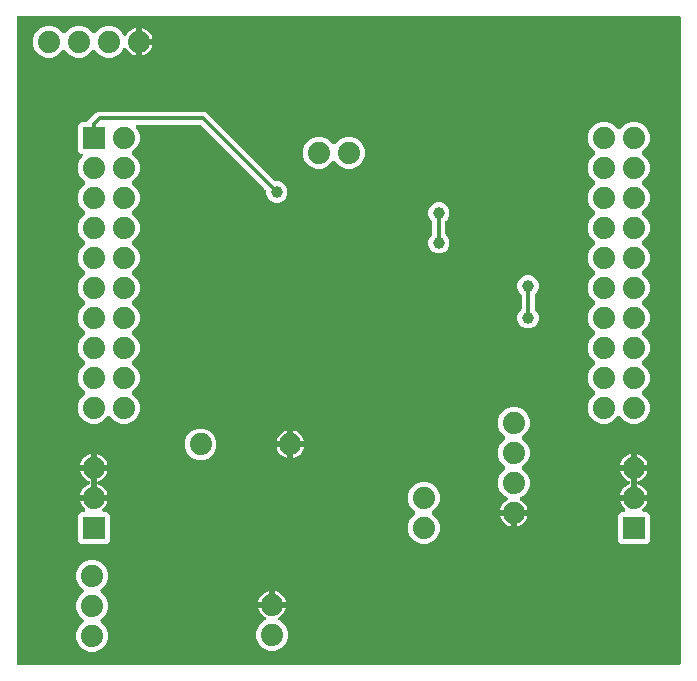
<source format=gbr>
G04 EAGLE Gerber RS-274X export*
G75*
%MOMM*%
%FSLAX34Y34*%
%LPD*%
%INBottom Copper*%
%IPPOS*%
%AMOC8*
5,1,8,0,0,1.08239X$1,22.5*%
G01*
%ADD10R,1.879600X1.879600*%
%ADD11C,1.879600*%
%ADD12C,1.006400*%
%ADD13C,0.304800*%

G36*
X571780Y10926D02*
X571780Y10926D01*
X571806Y10924D01*
X571953Y10946D01*
X572100Y10963D01*
X572125Y10971D01*
X572151Y10975D01*
X572289Y11030D01*
X572428Y11080D01*
X572450Y11094D01*
X572475Y11104D01*
X572596Y11189D01*
X572721Y11269D01*
X572739Y11288D01*
X572761Y11303D01*
X572860Y11413D01*
X572963Y11520D01*
X572977Y11542D01*
X572994Y11562D01*
X573066Y11692D01*
X573142Y11819D01*
X573150Y11844D01*
X573163Y11867D01*
X573203Y12010D01*
X573248Y12151D01*
X573250Y12177D01*
X573258Y12202D01*
X573277Y12446D01*
X573277Y558800D01*
X573274Y558826D01*
X573276Y558852D01*
X573254Y558999D01*
X573237Y559146D01*
X573229Y559171D01*
X573225Y559197D01*
X573170Y559335D01*
X573120Y559474D01*
X573106Y559496D01*
X573096Y559521D01*
X573011Y559642D01*
X572931Y559767D01*
X572912Y559785D01*
X572897Y559807D01*
X572787Y559906D01*
X572680Y560009D01*
X572658Y560023D01*
X572638Y560040D01*
X572508Y560112D01*
X572381Y560188D01*
X572356Y560196D01*
X572333Y560209D01*
X572190Y560249D01*
X572049Y560294D01*
X572023Y560296D01*
X571998Y560304D01*
X571754Y560323D01*
X12446Y560323D01*
X12420Y560320D01*
X12394Y560322D01*
X12247Y560300D01*
X12100Y560283D01*
X12075Y560275D01*
X12049Y560271D01*
X11911Y560216D01*
X11772Y560166D01*
X11750Y560152D01*
X11725Y560142D01*
X11604Y560057D01*
X11479Y559977D01*
X11461Y559958D01*
X11439Y559943D01*
X11340Y559833D01*
X11237Y559726D01*
X11223Y559704D01*
X11206Y559684D01*
X11134Y559554D01*
X11058Y559427D01*
X11050Y559402D01*
X11037Y559379D01*
X10997Y559236D01*
X10952Y559095D01*
X10950Y559069D01*
X10942Y559044D01*
X10923Y558800D01*
X10923Y12446D01*
X10926Y12420D01*
X10924Y12394D01*
X10946Y12247D01*
X10963Y12100D01*
X10971Y12075D01*
X10975Y12049D01*
X11030Y11911D01*
X11080Y11772D01*
X11094Y11750D01*
X11104Y11725D01*
X11189Y11604D01*
X11269Y11479D01*
X11288Y11461D01*
X11303Y11439D01*
X11413Y11340D01*
X11520Y11237D01*
X11542Y11223D01*
X11562Y11206D01*
X11692Y11134D01*
X11819Y11058D01*
X11844Y11050D01*
X11867Y11037D01*
X12010Y10997D01*
X12151Y10952D01*
X12177Y10950D01*
X12202Y10942D01*
X12446Y10923D01*
X571754Y10923D01*
X571780Y10926D01*
G37*
%LPC*%
G36*
X73522Y215137D02*
X73522Y215137D01*
X68574Y217187D01*
X64787Y220974D01*
X62737Y225922D01*
X62737Y231278D01*
X64787Y236226D01*
X68784Y240223D01*
X68800Y240243D01*
X68820Y240260D01*
X68908Y240380D01*
X69000Y240496D01*
X69012Y240520D01*
X69027Y240541D01*
X69086Y240677D01*
X69149Y240811D01*
X69155Y240837D01*
X69165Y240861D01*
X69191Y241007D01*
X69223Y241152D01*
X69222Y241178D01*
X69227Y241204D01*
X69219Y241352D01*
X69217Y241500D01*
X69210Y241526D01*
X69209Y241552D01*
X69168Y241694D01*
X69132Y241838D01*
X69120Y241861D01*
X69112Y241887D01*
X69040Y242016D01*
X68972Y242148D01*
X68955Y242168D01*
X68942Y242191D01*
X68784Y242377D01*
X64787Y246374D01*
X62737Y251322D01*
X62737Y256678D01*
X64787Y261626D01*
X68784Y265623D01*
X68800Y265643D01*
X68820Y265660D01*
X68908Y265780D01*
X69000Y265896D01*
X69012Y265920D01*
X69027Y265941D01*
X69086Y266077D01*
X69149Y266211D01*
X69155Y266237D01*
X69165Y266261D01*
X69191Y266407D01*
X69223Y266552D01*
X69222Y266578D01*
X69227Y266604D01*
X69219Y266752D01*
X69217Y266900D01*
X69210Y266926D01*
X69209Y266952D01*
X69168Y267094D01*
X69132Y267238D01*
X69120Y267261D01*
X69112Y267287D01*
X69040Y267416D01*
X68972Y267548D01*
X68955Y267568D01*
X68942Y267591D01*
X68784Y267777D01*
X64787Y271774D01*
X62737Y276722D01*
X62737Y282078D01*
X64787Y287026D01*
X68784Y291023D01*
X68800Y291043D01*
X68820Y291060D01*
X68908Y291180D01*
X69000Y291296D01*
X69012Y291320D01*
X69027Y291341D01*
X69086Y291477D01*
X69149Y291611D01*
X69155Y291637D01*
X69165Y291661D01*
X69191Y291807D01*
X69223Y291952D01*
X69222Y291978D01*
X69227Y292004D01*
X69219Y292152D01*
X69217Y292300D01*
X69210Y292326D01*
X69209Y292352D01*
X69168Y292494D01*
X69132Y292638D01*
X69120Y292661D01*
X69112Y292687D01*
X69040Y292816D01*
X68972Y292948D01*
X68955Y292968D01*
X68942Y292991D01*
X68784Y293177D01*
X64787Y297174D01*
X62737Y302122D01*
X62737Y307478D01*
X64787Y312426D01*
X68784Y316423D01*
X68800Y316443D01*
X68820Y316460D01*
X68908Y316580D01*
X69000Y316696D01*
X69012Y316720D01*
X69027Y316741D01*
X69086Y316877D01*
X69149Y317011D01*
X69155Y317037D01*
X69165Y317061D01*
X69191Y317207D01*
X69223Y317352D01*
X69222Y317378D01*
X69227Y317404D01*
X69219Y317552D01*
X69217Y317700D01*
X69210Y317726D01*
X69209Y317752D01*
X69168Y317894D01*
X69132Y318038D01*
X69120Y318061D01*
X69112Y318087D01*
X69040Y318216D01*
X68972Y318348D01*
X68955Y318368D01*
X68942Y318391D01*
X68784Y318577D01*
X64787Y322574D01*
X62737Y327522D01*
X62737Y332878D01*
X64787Y337826D01*
X68784Y341823D01*
X68800Y341843D01*
X68820Y341860D01*
X68908Y341980D01*
X69000Y342096D01*
X69012Y342120D01*
X69027Y342141D01*
X69086Y342277D01*
X69149Y342411D01*
X69155Y342437D01*
X69165Y342461D01*
X69191Y342607D01*
X69223Y342752D01*
X69222Y342778D01*
X69227Y342804D01*
X69219Y342952D01*
X69217Y343100D01*
X69210Y343126D01*
X69209Y343152D01*
X69168Y343294D01*
X69132Y343438D01*
X69120Y343461D01*
X69112Y343487D01*
X69040Y343616D01*
X68972Y343748D01*
X68955Y343768D01*
X68942Y343791D01*
X68784Y343977D01*
X64787Y347974D01*
X62737Y352922D01*
X62737Y358278D01*
X64787Y363226D01*
X68784Y367223D01*
X68800Y367243D01*
X68820Y367260D01*
X68908Y367380D01*
X69000Y367496D01*
X69012Y367520D01*
X69027Y367541D01*
X69086Y367677D01*
X69149Y367811D01*
X69155Y367837D01*
X69165Y367861D01*
X69191Y368007D01*
X69223Y368152D01*
X69222Y368178D01*
X69227Y368204D01*
X69219Y368352D01*
X69217Y368500D01*
X69210Y368526D01*
X69209Y368552D01*
X69168Y368694D01*
X69132Y368838D01*
X69120Y368861D01*
X69112Y368887D01*
X69040Y369016D01*
X68972Y369148D01*
X68955Y369168D01*
X68942Y369191D01*
X68784Y369377D01*
X64787Y373374D01*
X62737Y378322D01*
X62737Y383678D01*
X64787Y388626D01*
X68784Y392623D01*
X68800Y392643D01*
X68820Y392660D01*
X68908Y392780D01*
X69000Y392896D01*
X69012Y392920D01*
X69027Y392941D01*
X69086Y393077D01*
X69149Y393211D01*
X69155Y393237D01*
X69165Y393261D01*
X69191Y393407D01*
X69223Y393552D01*
X69222Y393578D01*
X69227Y393604D01*
X69219Y393752D01*
X69217Y393900D01*
X69210Y393926D01*
X69209Y393952D01*
X69168Y394094D01*
X69132Y394238D01*
X69120Y394261D01*
X69112Y394287D01*
X69040Y394416D01*
X68972Y394548D01*
X68955Y394568D01*
X68942Y394591D01*
X68784Y394777D01*
X64787Y398774D01*
X62737Y403722D01*
X62737Y409078D01*
X64787Y414026D01*
X68784Y418023D01*
X68800Y418043D01*
X68820Y418060D01*
X68908Y418180D01*
X69000Y418296D01*
X69012Y418320D01*
X69027Y418341D01*
X69086Y418477D01*
X69149Y418611D01*
X69155Y418637D01*
X69165Y418661D01*
X69191Y418807D01*
X69223Y418952D01*
X69222Y418978D01*
X69227Y419004D01*
X69219Y419152D01*
X69217Y419300D01*
X69210Y419326D01*
X69209Y419352D01*
X69168Y419494D01*
X69132Y419638D01*
X69120Y419661D01*
X69112Y419687D01*
X69040Y419816D01*
X68972Y419948D01*
X68955Y419968D01*
X68942Y419991D01*
X68784Y420177D01*
X64787Y424174D01*
X62737Y429122D01*
X62737Y434478D01*
X64787Y439426D01*
X66498Y441137D01*
X66560Y441215D01*
X66630Y441288D01*
X66668Y441352D01*
X66714Y441410D01*
X66757Y441501D01*
X66809Y441587D01*
X66831Y441658D01*
X66863Y441725D01*
X66884Y441823D01*
X66915Y441919D01*
X66921Y441993D01*
X66937Y442066D01*
X66935Y442166D01*
X66943Y442266D01*
X66932Y442340D01*
X66931Y442414D01*
X66906Y442511D01*
X66891Y442611D01*
X66864Y442680D01*
X66846Y442752D01*
X66800Y442841D01*
X66763Y442935D01*
X66720Y442996D01*
X66686Y443062D01*
X66621Y443138D01*
X66564Y443221D01*
X66508Y443271D01*
X66460Y443327D01*
X66379Y443387D01*
X66305Y443454D01*
X66240Y443490D01*
X66180Y443535D01*
X66088Y443574D01*
X66000Y443623D01*
X65928Y443643D01*
X65860Y443673D01*
X65761Y443690D01*
X65664Y443718D01*
X65564Y443726D01*
X65517Y443734D01*
X65481Y443732D01*
X65421Y443737D01*
X65118Y443737D01*
X62737Y446118D01*
X62737Y468282D01*
X65118Y470663D01*
X69975Y470663D01*
X70051Y470671D01*
X70127Y470670D01*
X70223Y470691D01*
X70321Y470703D01*
X70393Y470728D01*
X70468Y470745D01*
X70557Y470787D01*
X70649Y470820D01*
X70714Y470862D01*
X70783Y470894D01*
X70859Y470956D01*
X70942Y471009D01*
X70995Y471064D01*
X71055Y471112D01*
X71116Y471189D01*
X71184Y471260D01*
X71224Y471325D01*
X71271Y471385D01*
X71339Y471518D01*
X71363Y471559D01*
X71369Y471577D01*
X71382Y471603D01*
X71462Y471796D01*
X78114Y478448D01*
X80168Y479299D01*
X167140Y479299D01*
X167142Y479299D01*
X167145Y479299D01*
X167156Y479300D01*
X168540Y479299D01*
X168541Y479299D01*
X168542Y479299D01*
X169665Y479299D01*
X170688Y478874D01*
X170689Y478873D01*
X171719Y478447D01*
X172508Y477656D01*
X172509Y477655D01*
X173492Y476672D01*
X173503Y476659D01*
X229487Y420565D01*
X229587Y420486D01*
X229681Y420400D01*
X229723Y420378D01*
X229760Y420348D01*
X229875Y420293D01*
X229986Y420232D01*
X230032Y420219D01*
X230075Y420199D01*
X230199Y420172D01*
X230322Y420137D01*
X230381Y420132D01*
X230416Y420125D01*
X230464Y420126D01*
X230565Y420118D01*
X232926Y420118D01*
X236269Y418733D01*
X238828Y416174D01*
X240213Y412830D01*
X240213Y409211D01*
X238828Y405868D01*
X236269Y403309D01*
X232926Y401924D01*
X229307Y401924D01*
X225964Y403309D01*
X223405Y405868D01*
X222020Y409211D01*
X222020Y411594D01*
X222005Y411719D01*
X221999Y411844D01*
X221986Y411891D01*
X221980Y411940D01*
X221938Y412059D01*
X221903Y412179D01*
X221879Y412222D01*
X221862Y412268D01*
X221794Y412374D01*
X221733Y412484D01*
X221693Y412531D01*
X221673Y412561D01*
X221639Y412594D01*
X221575Y412670D01*
X166679Y467674D01*
X166579Y467753D01*
X166485Y467838D01*
X166443Y467861D01*
X166406Y467891D01*
X166291Y467945D01*
X166180Y468007D01*
X166134Y468020D01*
X166091Y468040D01*
X165967Y468067D01*
X165844Y468102D01*
X165785Y468106D01*
X165750Y468114D01*
X165702Y468113D01*
X165601Y468121D01*
X113395Y468121D01*
X113296Y468110D01*
X113195Y468108D01*
X113123Y468090D01*
X113049Y468081D01*
X112954Y468047D01*
X112857Y468023D01*
X112791Y467989D01*
X112721Y467964D01*
X112637Y467909D01*
X112547Y467863D01*
X112491Y467815D01*
X112428Y467775D01*
X112358Y467703D01*
X112282Y467638D01*
X112238Y467578D01*
X112186Y467524D01*
X112134Y467438D01*
X112075Y467357D01*
X112045Y467289D01*
X112007Y467225D01*
X111977Y467130D01*
X111937Y467037D01*
X111924Y466964D01*
X111901Y466893D01*
X111893Y466793D01*
X111875Y466694D01*
X111879Y466620D01*
X111873Y466546D01*
X111888Y466446D01*
X111893Y466346D01*
X111914Y466275D01*
X111925Y466201D01*
X111962Y466108D01*
X111990Y466011D01*
X112026Y465946D01*
X112053Y465877D01*
X112111Y465795D01*
X112160Y465707D01*
X112225Y465631D01*
X112252Y465591D01*
X112279Y465567D01*
X112318Y465521D01*
X113013Y464826D01*
X115063Y459878D01*
X115063Y454522D01*
X113013Y449574D01*
X109016Y445577D01*
X109000Y445557D01*
X108980Y445540D01*
X108892Y445420D01*
X108800Y445304D01*
X108788Y445280D01*
X108773Y445259D01*
X108714Y445123D01*
X108651Y444989D01*
X108645Y444963D01*
X108635Y444939D01*
X108609Y444793D01*
X108577Y444648D01*
X108578Y444622D01*
X108573Y444596D01*
X108581Y444448D01*
X108583Y444300D01*
X108590Y444274D01*
X108591Y444248D01*
X108632Y444106D01*
X108668Y443962D01*
X108680Y443939D01*
X108688Y443913D01*
X108760Y443784D01*
X108828Y443652D01*
X108845Y443632D01*
X108858Y443609D01*
X109016Y443423D01*
X113013Y439426D01*
X115063Y434478D01*
X115063Y429122D01*
X113013Y424174D01*
X109016Y420177D01*
X109000Y420157D01*
X108980Y420140D01*
X108892Y420020D01*
X108800Y419904D01*
X108788Y419880D01*
X108773Y419859D01*
X108714Y419723D01*
X108651Y419589D01*
X108645Y419563D01*
X108635Y419539D01*
X108609Y419393D01*
X108577Y419248D01*
X108578Y419222D01*
X108573Y419196D01*
X108581Y419048D01*
X108583Y418900D01*
X108590Y418874D01*
X108591Y418848D01*
X108632Y418706D01*
X108668Y418562D01*
X108680Y418539D01*
X108688Y418513D01*
X108760Y418384D01*
X108828Y418252D01*
X108845Y418232D01*
X108858Y418209D01*
X109016Y418023D01*
X113013Y414026D01*
X115063Y409078D01*
X115063Y403722D01*
X113013Y398774D01*
X109016Y394777D01*
X109000Y394757D01*
X108980Y394740D01*
X108892Y394620D01*
X108800Y394504D01*
X108788Y394480D01*
X108773Y394459D01*
X108714Y394323D01*
X108651Y394189D01*
X108645Y394163D01*
X108635Y394139D01*
X108609Y393993D01*
X108577Y393848D01*
X108578Y393822D01*
X108573Y393796D01*
X108581Y393648D01*
X108583Y393500D01*
X108590Y393474D01*
X108591Y393448D01*
X108632Y393306D01*
X108668Y393162D01*
X108680Y393139D01*
X108688Y393113D01*
X108760Y392984D01*
X108828Y392852D01*
X108845Y392832D01*
X108858Y392809D01*
X109016Y392623D01*
X113013Y388626D01*
X115063Y383678D01*
X115063Y378322D01*
X113013Y373374D01*
X109016Y369377D01*
X109000Y369357D01*
X108980Y369340D01*
X108892Y369220D01*
X108800Y369104D01*
X108788Y369080D01*
X108773Y369059D01*
X108714Y368923D01*
X108651Y368789D01*
X108645Y368763D01*
X108635Y368739D01*
X108609Y368593D01*
X108577Y368448D01*
X108578Y368422D01*
X108573Y368396D01*
X108581Y368248D01*
X108583Y368100D01*
X108590Y368074D01*
X108591Y368048D01*
X108632Y367906D01*
X108668Y367762D01*
X108680Y367739D01*
X108688Y367713D01*
X108760Y367584D01*
X108828Y367452D01*
X108845Y367432D01*
X108858Y367409D01*
X109016Y367223D01*
X113013Y363226D01*
X115063Y358278D01*
X115063Y352922D01*
X113013Y347974D01*
X109016Y343977D01*
X109000Y343957D01*
X108980Y343940D01*
X108892Y343820D01*
X108800Y343704D01*
X108788Y343680D01*
X108773Y343659D01*
X108714Y343523D01*
X108651Y343389D01*
X108645Y343363D01*
X108635Y343339D01*
X108609Y343193D01*
X108577Y343048D01*
X108578Y343022D01*
X108573Y342996D01*
X108581Y342848D01*
X108583Y342700D01*
X108590Y342674D01*
X108591Y342648D01*
X108632Y342506D01*
X108668Y342362D01*
X108680Y342339D01*
X108688Y342313D01*
X108760Y342184D01*
X108828Y342052D01*
X108845Y342032D01*
X108858Y342009D01*
X109016Y341823D01*
X113013Y337826D01*
X115063Y332878D01*
X115063Y327522D01*
X113013Y322574D01*
X109016Y318577D01*
X109000Y318557D01*
X108980Y318540D01*
X108892Y318420D01*
X108800Y318304D01*
X108788Y318280D01*
X108773Y318259D01*
X108714Y318123D01*
X108651Y317989D01*
X108645Y317963D01*
X108635Y317939D01*
X108609Y317793D01*
X108577Y317648D01*
X108578Y317622D01*
X108573Y317596D01*
X108581Y317448D01*
X108583Y317300D01*
X108590Y317274D01*
X108591Y317248D01*
X108632Y317106D01*
X108668Y316962D01*
X108680Y316939D01*
X108688Y316913D01*
X108760Y316784D01*
X108828Y316652D01*
X108845Y316632D01*
X108858Y316609D01*
X109016Y316423D01*
X113013Y312426D01*
X115063Y307478D01*
X115063Y302122D01*
X113013Y297174D01*
X109016Y293177D01*
X109000Y293157D01*
X108980Y293140D01*
X108892Y293020D01*
X108800Y292904D01*
X108788Y292880D01*
X108773Y292859D01*
X108714Y292723D01*
X108651Y292589D01*
X108645Y292563D01*
X108635Y292539D01*
X108609Y292393D01*
X108577Y292248D01*
X108578Y292222D01*
X108573Y292196D01*
X108581Y292048D01*
X108583Y291900D01*
X108590Y291874D01*
X108591Y291848D01*
X108632Y291706D01*
X108668Y291562D01*
X108680Y291539D01*
X108688Y291513D01*
X108760Y291384D01*
X108828Y291252D01*
X108845Y291232D01*
X108858Y291209D01*
X109016Y291023D01*
X113013Y287026D01*
X115063Y282078D01*
X115063Y276722D01*
X113013Y271774D01*
X109016Y267777D01*
X109000Y267757D01*
X108980Y267740D01*
X108892Y267620D01*
X108800Y267504D01*
X108788Y267480D01*
X108773Y267459D01*
X108714Y267323D01*
X108651Y267189D01*
X108645Y267163D01*
X108635Y267139D01*
X108609Y266993D01*
X108577Y266848D01*
X108578Y266822D01*
X108573Y266796D01*
X108581Y266648D01*
X108583Y266500D01*
X108590Y266474D01*
X108591Y266448D01*
X108632Y266306D01*
X108668Y266162D01*
X108680Y266139D01*
X108688Y266113D01*
X108760Y265984D01*
X108828Y265852D01*
X108845Y265832D01*
X108858Y265809D01*
X109016Y265623D01*
X113013Y261626D01*
X115063Y256678D01*
X115063Y251322D01*
X113013Y246374D01*
X109016Y242377D01*
X109000Y242357D01*
X108980Y242340D01*
X108892Y242220D01*
X108800Y242104D01*
X108788Y242080D01*
X108773Y242059D01*
X108714Y241923D01*
X108651Y241789D01*
X108645Y241763D01*
X108635Y241739D01*
X108609Y241593D01*
X108577Y241448D01*
X108578Y241422D01*
X108573Y241396D01*
X108581Y241248D01*
X108583Y241100D01*
X108590Y241074D01*
X108591Y241048D01*
X108632Y240906D01*
X108668Y240762D01*
X108680Y240739D01*
X108688Y240713D01*
X108760Y240584D01*
X108828Y240452D01*
X108845Y240432D01*
X108858Y240409D01*
X109016Y240223D01*
X113013Y236226D01*
X115063Y231278D01*
X115063Y225922D01*
X113013Y220974D01*
X109226Y217187D01*
X104278Y215137D01*
X98922Y215137D01*
X93974Y217187D01*
X89977Y221184D01*
X89957Y221200D01*
X89940Y221220D01*
X89820Y221308D01*
X89704Y221400D01*
X89680Y221412D01*
X89659Y221427D01*
X89523Y221486D01*
X89389Y221549D01*
X89363Y221555D01*
X89339Y221565D01*
X89193Y221591D01*
X89048Y221623D01*
X89022Y221622D01*
X88996Y221627D01*
X88848Y221619D01*
X88700Y221617D01*
X88674Y221610D01*
X88648Y221609D01*
X88506Y221568D01*
X88362Y221532D01*
X88339Y221520D01*
X88313Y221512D01*
X88184Y221440D01*
X88052Y221372D01*
X88032Y221355D01*
X88009Y221342D01*
X87823Y221184D01*
X83826Y217187D01*
X78878Y215137D01*
X73522Y215137D01*
G37*
%LPD*%
%LPC*%
G36*
X505322Y215137D02*
X505322Y215137D01*
X500374Y217187D01*
X496587Y220974D01*
X494537Y225922D01*
X494537Y231278D01*
X496587Y236226D01*
X500584Y240223D01*
X500600Y240243D01*
X500620Y240260D01*
X500708Y240380D01*
X500800Y240496D01*
X500812Y240520D01*
X500827Y240541D01*
X500886Y240677D01*
X500949Y240811D01*
X500955Y240837D01*
X500965Y240861D01*
X500991Y241007D01*
X501023Y241152D01*
X501022Y241178D01*
X501027Y241204D01*
X501019Y241352D01*
X501017Y241500D01*
X501010Y241526D01*
X501009Y241552D01*
X500968Y241694D01*
X500932Y241838D01*
X500920Y241861D01*
X500912Y241887D01*
X500840Y242016D01*
X500772Y242148D01*
X500755Y242168D01*
X500742Y242191D01*
X500584Y242377D01*
X496587Y246374D01*
X494537Y251322D01*
X494537Y256678D01*
X496587Y261626D01*
X500584Y265623D01*
X500600Y265643D01*
X500620Y265660D01*
X500708Y265780D01*
X500800Y265896D01*
X500812Y265920D01*
X500827Y265941D01*
X500886Y266077D01*
X500949Y266211D01*
X500955Y266237D01*
X500965Y266261D01*
X500991Y266407D01*
X501023Y266552D01*
X501022Y266578D01*
X501027Y266604D01*
X501019Y266752D01*
X501017Y266900D01*
X501010Y266926D01*
X501009Y266952D01*
X500968Y267094D01*
X500932Y267238D01*
X500920Y267261D01*
X500912Y267287D01*
X500840Y267416D01*
X500772Y267548D01*
X500755Y267568D01*
X500742Y267591D01*
X500584Y267777D01*
X496587Y271774D01*
X494537Y276722D01*
X494537Y282078D01*
X496587Y287026D01*
X500584Y291023D01*
X500600Y291043D01*
X500620Y291060D01*
X500708Y291180D01*
X500800Y291296D01*
X500812Y291320D01*
X500827Y291341D01*
X500886Y291477D01*
X500949Y291611D01*
X500955Y291637D01*
X500965Y291661D01*
X500991Y291807D01*
X501023Y291952D01*
X501022Y291978D01*
X501027Y292004D01*
X501019Y292152D01*
X501017Y292300D01*
X501010Y292326D01*
X501009Y292352D01*
X500968Y292494D01*
X500932Y292638D01*
X500920Y292661D01*
X500912Y292687D01*
X500840Y292816D01*
X500772Y292948D01*
X500755Y292968D01*
X500742Y292991D01*
X500584Y293177D01*
X496587Y297174D01*
X494537Y302122D01*
X494537Y307478D01*
X496587Y312426D01*
X500584Y316423D01*
X500600Y316443D01*
X500620Y316460D01*
X500708Y316580D01*
X500800Y316696D01*
X500812Y316720D01*
X500827Y316741D01*
X500886Y316877D01*
X500949Y317011D01*
X500955Y317037D01*
X500965Y317061D01*
X500991Y317207D01*
X501023Y317352D01*
X501022Y317378D01*
X501027Y317404D01*
X501019Y317552D01*
X501017Y317700D01*
X501010Y317726D01*
X501009Y317752D01*
X500968Y317894D01*
X500932Y318038D01*
X500920Y318061D01*
X500912Y318087D01*
X500840Y318216D01*
X500772Y318348D01*
X500755Y318368D01*
X500742Y318391D01*
X500584Y318577D01*
X496587Y322574D01*
X494537Y327522D01*
X494537Y332878D01*
X496587Y337826D01*
X500584Y341823D01*
X500600Y341843D01*
X500620Y341860D01*
X500708Y341980D01*
X500800Y342096D01*
X500812Y342120D01*
X500827Y342141D01*
X500886Y342277D01*
X500949Y342411D01*
X500955Y342437D01*
X500965Y342461D01*
X500991Y342607D01*
X501023Y342752D01*
X501022Y342778D01*
X501027Y342804D01*
X501019Y342952D01*
X501017Y343100D01*
X501010Y343126D01*
X501009Y343152D01*
X500968Y343294D01*
X500932Y343438D01*
X500920Y343461D01*
X500912Y343487D01*
X500840Y343616D01*
X500772Y343748D01*
X500755Y343768D01*
X500742Y343791D01*
X500584Y343977D01*
X496587Y347974D01*
X494537Y352922D01*
X494537Y358278D01*
X496587Y363226D01*
X500584Y367223D01*
X500600Y367243D01*
X500620Y367260D01*
X500708Y367380D01*
X500800Y367496D01*
X500812Y367520D01*
X500827Y367541D01*
X500886Y367677D01*
X500949Y367811D01*
X500955Y367837D01*
X500965Y367861D01*
X500991Y368007D01*
X501023Y368152D01*
X501022Y368178D01*
X501027Y368204D01*
X501019Y368352D01*
X501017Y368500D01*
X501010Y368526D01*
X501009Y368552D01*
X500968Y368694D01*
X500932Y368838D01*
X500920Y368861D01*
X500912Y368887D01*
X500840Y369016D01*
X500772Y369148D01*
X500755Y369168D01*
X500742Y369191D01*
X500584Y369377D01*
X496587Y373374D01*
X494537Y378322D01*
X494537Y383678D01*
X496587Y388626D01*
X500584Y392623D01*
X500600Y392643D01*
X500620Y392660D01*
X500708Y392780D01*
X500800Y392896D01*
X500812Y392920D01*
X500827Y392941D01*
X500886Y393077D01*
X500949Y393211D01*
X500955Y393237D01*
X500965Y393261D01*
X500991Y393407D01*
X501023Y393552D01*
X501022Y393578D01*
X501027Y393604D01*
X501019Y393752D01*
X501017Y393900D01*
X501010Y393926D01*
X501009Y393952D01*
X500968Y394094D01*
X500932Y394238D01*
X500920Y394261D01*
X500912Y394287D01*
X500840Y394416D01*
X500772Y394548D01*
X500755Y394568D01*
X500742Y394591D01*
X500584Y394777D01*
X496587Y398774D01*
X494537Y403722D01*
X494537Y409078D01*
X496587Y414026D01*
X500584Y418023D01*
X500600Y418043D01*
X500620Y418060D01*
X500708Y418180D01*
X500800Y418296D01*
X500812Y418320D01*
X500827Y418341D01*
X500886Y418477D01*
X500949Y418611D01*
X500955Y418637D01*
X500965Y418661D01*
X500991Y418807D01*
X501023Y418952D01*
X501022Y418978D01*
X501027Y419004D01*
X501019Y419152D01*
X501017Y419300D01*
X501010Y419326D01*
X501009Y419352D01*
X500968Y419494D01*
X500932Y419638D01*
X500920Y419661D01*
X500912Y419687D01*
X500840Y419816D01*
X500772Y419948D01*
X500755Y419968D01*
X500742Y419991D01*
X500584Y420177D01*
X496587Y424174D01*
X494537Y429122D01*
X494537Y434478D01*
X496587Y439426D01*
X500584Y443423D01*
X500600Y443443D01*
X500620Y443460D01*
X500708Y443580D01*
X500800Y443696D01*
X500812Y443720D01*
X500827Y443741D01*
X500886Y443877D01*
X500949Y444011D01*
X500955Y444037D01*
X500965Y444061D01*
X500991Y444207D01*
X501023Y444352D01*
X501022Y444378D01*
X501027Y444404D01*
X501019Y444552D01*
X501017Y444700D01*
X501010Y444726D01*
X501009Y444752D01*
X500968Y444894D01*
X500932Y445038D01*
X500920Y445061D01*
X500912Y445087D01*
X500840Y445216D01*
X500772Y445348D01*
X500755Y445368D01*
X500742Y445391D01*
X500584Y445577D01*
X496587Y449574D01*
X494537Y454522D01*
X494537Y459878D01*
X496587Y464826D01*
X500374Y468613D01*
X505322Y470663D01*
X510678Y470663D01*
X515626Y468613D01*
X519623Y464616D01*
X519643Y464600D01*
X519660Y464580D01*
X519780Y464492D01*
X519896Y464400D01*
X519920Y464388D01*
X519941Y464373D01*
X520077Y464314D01*
X520211Y464251D01*
X520237Y464245D01*
X520261Y464235D01*
X520407Y464209D01*
X520552Y464177D01*
X520578Y464178D01*
X520604Y464173D01*
X520752Y464181D01*
X520900Y464183D01*
X520926Y464190D01*
X520952Y464191D01*
X521094Y464232D01*
X521238Y464268D01*
X521261Y464280D01*
X521287Y464288D01*
X521416Y464360D01*
X521548Y464428D01*
X521568Y464445D01*
X521591Y464458D01*
X521777Y464616D01*
X525774Y468613D01*
X530722Y470663D01*
X536078Y470663D01*
X541026Y468613D01*
X544813Y464826D01*
X546863Y459878D01*
X546863Y454522D01*
X544813Y449574D01*
X540816Y445577D01*
X540800Y445557D01*
X540780Y445540D01*
X540692Y445420D01*
X540600Y445304D01*
X540588Y445280D01*
X540573Y445259D01*
X540514Y445123D01*
X540451Y444989D01*
X540445Y444963D01*
X540435Y444939D01*
X540409Y444793D01*
X540377Y444648D01*
X540378Y444622D01*
X540373Y444596D01*
X540381Y444448D01*
X540383Y444300D01*
X540390Y444274D01*
X540391Y444248D01*
X540432Y444106D01*
X540468Y443962D01*
X540480Y443939D01*
X540488Y443913D01*
X540560Y443784D01*
X540628Y443652D01*
X540645Y443632D01*
X540658Y443609D01*
X540816Y443423D01*
X544813Y439426D01*
X546863Y434478D01*
X546863Y429122D01*
X544813Y424174D01*
X540816Y420177D01*
X540800Y420157D01*
X540780Y420140D01*
X540692Y420020D01*
X540600Y419904D01*
X540588Y419880D01*
X540573Y419859D01*
X540514Y419723D01*
X540451Y419589D01*
X540445Y419563D01*
X540435Y419539D01*
X540409Y419393D01*
X540377Y419248D01*
X540378Y419222D01*
X540373Y419196D01*
X540381Y419048D01*
X540383Y418900D01*
X540390Y418874D01*
X540391Y418848D01*
X540432Y418706D01*
X540468Y418562D01*
X540480Y418539D01*
X540488Y418513D01*
X540560Y418384D01*
X540628Y418252D01*
X540645Y418232D01*
X540658Y418209D01*
X540816Y418023D01*
X544813Y414026D01*
X546863Y409078D01*
X546863Y403722D01*
X544813Y398774D01*
X540816Y394777D01*
X540800Y394757D01*
X540780Y394740D01*
X540692Y394620D01*
X540600Y394504D01*
X540588Y394480D01*
X540573Y394459D01*
X540514Y394323D01*
X540451Y394189D01*
X540445Y394163D01*
X540435Y394139D01*
X540409Y393993D01*
X540377Y393848D01*
X540378Y393822D01*
X540373Y393796D01*
X540381Y393648D01*
X540383Y393500D01*
X540390Y393474D01*
X540391Y393448D01*
X540432Y393306D01*
X540468Y393162D01*
X540480Y393139D01*
X540488Y393113D01*
X540560Y392984D01*
X540628Y392852D01*
X540645Y392832D01*
X540658Y392809D01*
X540816Y392623D01*
X544813Y388626D01*
X546863Y383678D01*
X546863Y378322D01*
X544813Y373374D01*
X540816Y369377D01*
X540800Y369357D01*
X540780Y369340D01*
X540692Y369220D01*
X540600Y369104D01*
X540588Y369080D01*
X540573Y369059D01*
X540514Y368923D01*
X540451Y368789D01*
X540445Y368763D01*
X540435Y368739D01*
X540409Y368593D01*
X540377Y368448D01*
X540378Y368422D01*
X540373Y368396D01*
X540381Y368248D01*
X540383Y368100D01*
X540390Y368074D01*
X540391Y368048D01*
X540432Y367906D01*
X540468Y367762D01*
X540480Y367739D01*
X540488Y367713D01*
X540560Y367584D01*
X540628Y367452D01*
X540645Y367432D01*
X540658Y367409D01*
X540816Y367223D01*
X544813Y363226D01*
X546863Y358278D01*
X546863Y352922D01*
X544813Y347974D01*
X540816Y343977D01*
X540800Y343957D01*
X540780Y343940D01*
X540692Y343820D01*
X540600Y343704D01*
X540588Y343680D01*
X540573Y343659D01*
X540514Y343523D01*
X540451Y343389D01*
X540445Y343363D01*
X540435Y343339D01*
X540409Y343193D01*
X540377Y343048D01*
X540378Y343022D01*
X540373Y342996D01*
X540381Y342848D01*
X540383Y342700D01*
X540390Y342674D01*
X540391Y342648D01*
X540432Y342506D01*
X540468Y342362D01*
X540480Y342339D01*
X540488Y342313D01*
X540560Y342184D01*
X540628Y342052D01*
X540645Y342032D01*
X540658Y342009D01*
X540816Y341823D01*
X544813Y337826D01*
X546863Y332878D01*
X546863Y327522D01*
X544813Y322574D01*
X540816Y318577D01*
X540800Y318557D01*
X540780Y318540D01*
X540692Y318420D01*
X540600Y318304D01*
X540588Y318280D01*
X540573Y318259D01*
X540514Y318123D01*
X540451Y317989D01*
X540445Y317963D01*
X540435Y317939D01*
X540409Y317793D01*
X540377Y317648D01*
X540378Y317622D01*
X540373Y317596D01*
X540381Y317448D01*
X540383Y317300D01*
X540390Y317274D01*
X540391Y317248D01*
X540432Y317106D01*
X540468Y316962D01*
X540480Y316939D01*
X540488Y316913D01*
X540560Y316784D01*
X540628Y316652D01*
X540645Y316632D01*
X540658Y316609D01*
X540816Y316423D01*
X544813Y312426D01*
X546863Y307478D01*
X546863Y302122D01*
X544813Y297174D01*
X540816Y293177D01*
X540800Y293157D01*
X540780Y293140D01*
X540692Y293020D01*
X540600Y292904D01*
X540588Y292880D01*
X540573Y292859D01*
X540514Y292723D01*
X540451Y292589D01*
X540445Y292563D01*
X540435Y292539D01*
X540409Y292393D01*
X540377Y292248D01*
X540378Y292222D01*
X540373Y292196D01*
X540381Y292048D01*
X540383Y291900D01*
X540390Y291874D01*
X540391Y291848D01*
X540432Y291706D01*
X540468Y291562D01*
X540480Y291539D01*
X540488Y291513D01*
X540560Y291384D01*
X540628Y291252D01*
X540645Y291232D01*
X540658Y291209D01*
X540816Y291023D01*
X544813Y287026D01*
X546863Y282078D01*
X546863Y276722D01*
X544813Y271774D01*
X540816Y267777D01*
X540800Y267757D01*
X540780Y267740D01*
X540692Y267620D01*
X540600Y267504D01*
X540588Y267480D01*
X540573Y267459D01*
X540514Y267323D01*
X540451Y267189D01*
X540445Y267163D01*
X540435Y267139D01*
X540409Y266993D01*
X540377Y266848D01*
X540378Y266822D01*
X540373Y266796D01*
X540381Y266648D01*
X540383Y266500D01*
X540390Y266474D01*
X540391Y266448D01*
X540432Y266306D01*
X540468Y266162D01*
X540480Y266139D01*
X540488Y266113D01*
X540560Y265984D01*
X540628Y265852D01*
X540645Y265832D01*
X540658Y265809D01*
X540816Y265623D01*
X544813Y261626D01*
X546863Y256678D01*
X546863Y251322D01*
X544813Y246374D01*
X540816Y242377D01*
X540800Y242357D01*
X540780Y242340D01*
X540692Y242220D01*
X540600Y242104D01*
X540588Y242080D01*
X540573Y242059D01*
X540514Y241923D01*
X540451Y241789D01*
X540445Y241763D01*
X540435Y241739D01*
X540409Y241593D01*
X540377Y241448D01*
X540378Y241422D01*
X540373Y241396D01*
X540381Y241248D01*
X540383Y241100D01*
X540390Y241074D01*
X540391Y241048D01*
X540432Y240906D01*
X540468Y240762D01*
X540480Y240739D01*
X540488Y240713D01*
X540560Y240584D01*
X540628Y240452D01*
X540645Y240432D01*
X540658Y240409D01*
X540816Y240223D01*
X544813Y236226D01*
X546863Y231278D01*
X546863Y225922D01*
X544813Y220974D01*
X541026Y217187D01*
X536078Y215137D01*
X530722Y215137D01*
X525774Y217187D01*
X521777Y221184D01*
X521757Y221200D01*
X521740Y221220D01*
X521620Y221308D01*
X521504Y221400D01*
X521480Y221412D01*
X521459Y221427D01*
X521323Y221486D01*
X521189Y221549D01*
X521163Y221555D01*
X521139Y221565D01*
X520993Y221591D01*
X520848Y221623D01*
X520822Y221622D01*
X520796Y221627D01*
X520648Y221619D01*
X520500Y221617D01*
X520474Y221610D01*
X520448Y221609D01*
X520306Y221568D01*
X520162Y221532D01*
X520139Y221520D01*
X520113Y221512D01*
X519984Y221440D01*
X519852Y221372D01*
X519832Y221355D01*
X519809Y221342D01*
X519623Y221184D01*
X515626Y217187D01*
X510678Y215137D01*
X505322Y215137D01*
G37*
%LPD*%
%LPC*%
G36*
X431710Y141925D02*
X431710Y141925D01*
X431687Y141939D01*
X431668Y141956D01*
X431538Y142028D01*
X431411Y142104D01*
X431386Y142112D01*
X431363Y142125D01*
X431220Y142165D01*
X431079Y142210D01*
X431053Y142212D01*
X431028Y142220D01*
X430784Y142239D01*
X420115Y142239D01*
X420155Y142496D01*
X420736Y144283D01*
X421589Y145957D01*
X422694Y147478D01*
X424022Y148806D01*
X425543Y149911D01*
X426073Y150181D01*
X426106Y150203D01*
X426144Y150220D01*
X426251Y150300D01*
X426363Y150374D01*
X426391Y150403D01*
X426424Y150428D01*
X426510Y150530D01*
X426602Y150627D01*
X426622Y150662D01*
X426649Y150694D01*
X426710Y150813D01*
X426777Y150929D01*
X426789Y150968D01*
X426807Y151004D01*
X426840Y151134D01*
X426879Y151262D01*
X426882Y151302D01*
X426892Y151342D01*
X426894Y151476D01*
X426903Y151610D01*
X426896Y151650D01*
X426897Y151690D01*
X426868Y151821D01*
X426847Y151954D01*
X426831Y151991D01*
X426822Y152031D01*
X426765Y152152D01*
X426714Y152276D01*
X426690Y152309D01*
X426673Y152346D01*
X426589Y152450D01*
X426511Y152559D01*
X426481Y152586D01*
X426455Y152618D01*
X426350Y152701D01*
X426250Y152790D01*
X426214Y152809D01*
X426182Y152834D01*
X425964Y152945D01*
X424174Y153687D01*
X420387Y157474D01*
X418337Y162422D01*
X418337Y167778D01*
X420387Y172726D01*
X424384Y176723D01*
X424400Y176743D01*
X424420Y176760D01*
X424508Y176880D01*
X424600Y176996D01*
X424612Y177020D01*
X424627Y177041D01*
X424686Y177177D01*
X424749Y177311D01*
X424755Y177337D01*
X424765Y177361D01*
X424791Y177507D01*
X424823Y177652D01*
X424822Y177678D01*
X424827Y177704D01*
X424819Y177852D01*
X424817Y178000D01*
X424810Y178026D01*
X424809Y178052D01*
X424768Y178194D01*
X424732Y178338D01*
X424720Y178361D01*
X424712Y178387D01*
X424640Y178516D01*
X424572Y178648D01*
X424555Y178668D01*
X424542Y178691D01*
X424384Y178877D01*
X420387Y182874D01*
X418337Y187822D01*
X418337Y193178D01*
X420387Y198126D01*
X424384Y202123D01*
X424400Y202143D01*
X424420Y202160D01*
X424508Y202280D01*
X424600Y202396D01*
X424612Y202420D01*
X424627Y202441D01*
X424686Y202577D01*
X424749Y202711D01*
X424755Y202737D01*
X424765Y202761D01*
X424791Y202907D01*
X424823Y203052D01*
X424822Y203078D01*
X424827Y203104D01*
X424819Y203252D01*
X424817Y203400D01*
X424810Y203426D01*
X424809Y203452D01*
X424768Y203594D01*
X424732Y203738D01*
X424720Y203761D01*
X424712Y203787D01*
X424640Y203916D01*
X424572Y204048D01*
X424555Y204068D01*
X424542Y204091D01*
X424384Y204277D01*
X420387Y208274D01*
X418337Y213222D01*
X418337Y218578D01*
X420387Y223526D01*
X424174Y227313D01*
X429122Y229363D01*
X434478Y229363D01*
X439426Y227313D01*
X443213Y223526D01*
X445263Y218578D01*
X445263Y213222D01*
X443213Y208274D01*
X439216Y204277D01*
X439200Y204257D01*
X439180Y204240D01*
X439092Y204120D01*
X439000Y204004D01*
X438988Y203980D01*
X438973Y203959D01*
X438914Y203823D01*
X438851Y203689D01*
X438845Y203663D01*
X438835Y203639D01*
X438809Y203493D01*
X438777Y203348D01*
X438778Y203322D01*
X438773Y203296D01*
X438781Y203148D01*
X438783Y203000D01*
X438790Y202974D01*
X438791Y202948D01*
X438832Y202806D01*
X438868Y202662D01*
X438880Y202639D01*
X438888Y202613D01*
X438960Y202484D01*
X439028Y202352D01*
X439045Y202332D01*
X439058Y202309D01*
X439216Y202123D01*
X443213Y198126D01*
X445263Y193178D01*
X445263Y187822D01*
X443213Y182874D01*
X439216Y178877D01*
X439200Y178857D01*
X439180Y178840D01*
X439092Y178720D01*
X439000Y178604D01*
X438988Y178580D01*
X438973Y178559D01*
X438914Y178423D01*
X438851Y178289D01*
X438845Y178263D01*
X438835Y178239D01*
X438809Y178093D01*
X438777Y177948D01*
X438778Y177922D01*
X438773Y177896D01*
X438781Y177748D01*
X438783Y177600D01*
X438790Y177574D01*
X438791Y177548D01*
X438832Y177406D01*
X438868Y177262D01*
X438880Y177239D01*
X438888Y177213D01*
X438960Y177084D01*
X439028Y176952D01*
X439045Y176932D01*
X439058Y176909D01*
X439216Y176723D01*
X443213Y172726D01*
X445263Y167778D01*
X445263Y162422D01*
X443213Y157474D01*
X439426Y153687D01*
X437636Y152945D01*
X437600Y152926D01*
X437562Y152912D01*
X437448Y152841D01*
X437331Y152776D01*
X437301Y152749D01*
X437267Y152727D01*
X437172Y152632D01*
X437073Y152542D01*
X437050Y152508D01*
X437021Y152480D01*
X436951Y152365D01*
X436875Y152255D01*
X436860Y152217D01*
X436839Y152183D01*
X436796Y152055D01*
X436747Y151931D01*
X436741Y151891D01*
X436728Y151852D01*
X436716Y151719D01*
X436696Y151586D01*
X436700Y151546D01*
X436696Y151505D01*
X436714Y151372D01*
X436725Y151239D01*
X436738Y151200D01*
X436743Y151160D01*
X436791Y151035D01*
X436832Y150907D01*
X436853Y150872D01*
X436868Y150834D01*
X436943Y150723D01*
X437012Y150609D01*
X437041Y150579D01*
X437063Y150546D01*
X437161Y150455D01*
X437255Y150359D01*
X437289Y150337D01*
X437319Y150309D01*
X437527Y150181D01*
X438057Y149911D01*
X439578Y148806D01*
X440906Y147478D01*
X442011Y145957D01*
X442864Y144283D01*
X443445Y142496D01*
X443485Y142239D01*
X432816Y142239D01*
X432790Y142236D01*
X432764Y142238D01*
X432617Y142216D01*
X432470Y142199D01*
X432445Y142191D01*
X432419Y142187D01*
X432282Y142132D01*
X432142Y142082D01*
X432120Y142068D01*
X432095Y142058D01*
X431974Y141973D01*
X431849Y141893D01*
X431831Y141874D01*
X431809Y141859D01*
X431795Y141843D01*
X431710Y141925D01*
G37*
%LPD*%
%LPC*%
G36*
X35422Y525017D02*
X35422Y525017D01*
X30474Y527067D01*
X26687Y530854D01*
X24637Y535802D01*
X24637Y541158D01*
X26687Y546106D01*
X30474Y549893D01*
X35422Y551943D01*
X40778Y551943D01*
X45726Y549893D01*
X49723Y545896D01*
X49743Y545880D01*
X49760Y545860D01*
X49880Y545772D01*
X49996Y545680D01*
X50020Y545668D01*
X50041Y545653D01*
X50177Y545594D01*
X50311Y545531D01*
X50337Y545525D01*
X50361Y545515D01*
X50507Y545489D01*
X50652Y545457D01*
X50678Y545458D01*
X50704Y545453D01*
X50852Y545461D01*
X51000Y545463D01*
X51026Y545470D01*
X51052Y545471D01*
X51194Y545512D01*
X51338Y545548D01*
X51361Y545560D01*
X51387Y545568D01*
X51516Y545640D01*
X51648Y545708D01*
X51668Y545725D01*
X51691Y545738D01*
X51877Y545896D01*
X55874Y549893D01*
X60822Y551943D01*
X66178Y551943D01*
X71126Y549893D01*
X75123Y545896D01*
X75143Y545880D01*
X75160Y545860D01*
X75280Y545772D01*
X75396Y545680D01*
X75420Y545668D01*
X75441Y545653D01*
X75577Y545594D01*
X75711Y545531D01*
X75737Y545525D01*
X75761Y545515D01*
X75907Y545489D01*
X76052Y545457D01*
X76078Y545458D01*
X76104Y545453D01*
X76252Y545461D01*
X76400Y545463D01*
X76426Y545470D01*
X76452Y545471D01*
X76594Y545512D01*
X76738Y545548D01*
X76761Y545560D01*
X76787Y545568D01*
X76916Y545640D01*
X77048Y545708D01*
X77068Y545725D01*
X77091Y545738D01*
X77277Y545896D01*
X81274Y549893D01*
X86222Y551943D01*
X91578Y551943D01*
X96526Y549893D01*
X100313Y546106D01*
X101055Y544316D01*
X101074Y544280D01*
X101088Y544242D01*
X101159Y544128D01*
X101224Y544011D01*
X101251Y543981D01*
X101273Y543947D01*
X101368Y543852D01*
X101458Y543753D01*
X101492Y543730D01*
X101520Y543701D01*
X101635Y543631D01*
X101745Y543555D01*
X101783Y543540D01*
X101817Y543519D01*
X101945Y543476D01*
X102069Y543427D01*
X102109Y543421D01*
X102148Y543408D01*
X102281Y543396D01*
X102414Y543376D01*
X102454Y543380D01*
X102495Y543376D01*
X102628Y543394D01*
X102761Y543405D01*
X102800Y543418D01*
X102840Y543423D01*
X102965Y543471D01*
X103093Y543512D01*
X103128Y543533D01*
X103166Y543548D01*
X103277Y543623D01*
X103391Y543692D01*
X103421Y543721D01*
X103454Y543743D01*
X103545Y543841D01*
X103641Y543935D01*
X103663Y543969D01*
X103691Y543999D01*
X103819Y544207D01*
X104089Y544737D01*
X105194Y546258D01*
X106522Y547586D01*
X108043Y548691D01*
X109717Y549544D01*
X111504Y550125D01*
X111761Y550165D01*
X111761Y539496D01*
X111764Y539470D01*
X111762Y539444D01*
X111784Y539297D01*
X111801Y539150D01*
X111809Y539125D01*
X111813Y539099D01*
X111868Y538962D01*
X111918Y538822D01*
X111932Y538800D01*
X111942Y538775D01*
X112027Y538654D01*
X112107Y538529D01*
X112126Y538511D01*
X112141Y538489D01*
X112157Y538475D01*
X112075Y538390D01*
X112061Y538367D01*
X112044Y538348D01*
X111972Y538218D01*
X111896Y538091D01*
X111888Y538066D01*
X111875Y538043D01*
X111835Y537900D01*
X111790Y537759D01*
X111787Y537733D01*
X111780Y537708D01*
X111761Y537464D01*
X111761Y526795D01*
X111504Y526835D01*
X109717Y527416D01*
X108043Y528269D01*
X106522Y529374D01*
X105194Y530702D01*
X104089Y532223D01*
X103819Y532753D01*
X103797Y532786D01*
X103780Y532824D01*
X103700Y532932D01*
X103626Y533043D01*
X103597Y533071D01*
X103572Y533104D01*
X103470Y533190D01*
X103373Y533282D01*
X103337Y533302D01*
X103306Y533329D01*
X103187Y533390D01*
X103071Y533457D01*
X103033Y533469D01*
X102996Y533488D01*
X102866Y533520D01*
X102738Y533559D01*
X102698Y533562D01*
X102658Y533572D01*
X102524Y533574D01*
X102391Y533583D01*
X102350Y533576D01*
X102310Y533577D01*
X102179Y533548D01*
X102047Y533527D01*
X102009Y533511D01*
X101969Y533502D01*
X101848Y533445D01*
X101724Y533394D01*
X101691Y533370D01*
X101654Y533353D01*
X101550Y533269D01*
X101441Y533191D01*
X101414Y533161D01*
X101382Y533135D01*
X101299Y533030D01*
X101211Y532930D01*
X101191Y532894D01*
X101166Y532862D01*
X101055Y532644D01*
X100313Y530854D01*
X96526Y527067D01*
X91578Y525017D01*
X86222Y525017D01*
X81274Y527067D01*
X77277Y531064D01*
X77257Y531080D01*
X77240Y531100D01*
X77120Y531188D01*
X77004Y531280D01*
X76980Y531292D01*
X76959Y531307D01*
X76823Y531366D01*
X76689Y531429D01*
X76663Y531435D01*
X76639Y531445D01*
X76493Y531471D01*
X76348Y531503D01*
X76322Y531502D01*
X76296Y531507D01*
X76148Y531499D01*
X76000Y531497D01*
X75974Y531490D01*
X75948Y531489D01*
X75806Y531448D01*
X75662Y531412D01*
X75639Y531400D01*
X75613Y531392D01*
X75484Y531320D01*
X75352Y531252D01*
X75332Y531235D01*
X75309Y531222D01*
X75123Y531064D01*
X71126Y527067D01*
X66178Y525017D01*
X60822Y525017D01*
X55874Y527067D01*
X51877Y531064D01*
X51857Y531080D01*
X51840Y531100D01*
X51720Y531188D01*
X51604Y531280D01*
X51580Y531292D01*
X51559Y531307D01*
X51423Y531366D01*
X51289Y531429D01*
X51263Y531435D01*
X51239Y531445D01*
X51093Y531471D01*
X50948Y531503D01*
X50922Y531502D01*
X50896Y531507D01*
X50748Y531499D01*
X50600Y531497D01*
X50574Y531490D01*
X50548Y531489D01*
X50406Y531448D01*
X50262Y531412D01*
X50239Y531400D01*
X50213Y531392D01*
X50084Y531320D01*
X49952Y531252D01*
X49932Y531235D01*
X49909Y531222D01*
X49723Y531064D01*
X45726Y527067D01*
X40778Y525017D01*
X35422Y525017D01*
G37*
%LPD*%
%LPC*%
G36*
X72252Y22097D02*
X72252Y22097D01*
X67304Y24147D01*
X63517Y27934D01*
X61467Y32882D01*
X61467Y38238D01*
X63517Y43186D01*
X67514Y47183D01*
X67530Y47203D01*
X67550Y47220D01*
X67638Y47340D01*
X67730Y47456D01*
X67742Y47480D01*
X67757Y47501D01*
X67816Y47637D01*
X67879Y47771D01*
X67885Y47797D01*
X67895Y47821D01*
X67921Y47967D01*
X67953Y48112D01*
X67952Y48138D01*
X67957Y48164D01*
X67949Y48312D01*
X67947Y48460D01*
X67940Y48486D01*
X67939Y48512D01*
X67898Y48654D01*
X67862Y48798D01*
X67850Y48821D01*
X67842Y48847D01*
X67770Y48976D01*
X67702Y49108D01*
X67685Y49128D01*
X67672Y49151D01*
X67514Y49337D01*
X63517Y53334D01*
X61467Y58282D01*
X61467Y63638D01*
X63517Y68586D01*
X67514Y72583D01*
X67530Y72603D01*
X67550Y72620D01*
X67638Y72740D01*
X67730Y72856D01*
X67742Y72880D01*
X67757Y72901D01*
X67816Y73037D01*
X67879Y73171D01*
X67885Y73197D01*
X67895Y73221D01*
X67921Y73367D01*
X67953Y73512D01*
X67952Y73538D01*
X67957Y73564D01*
X67949Y73712D01*
X67947Y73860D01*
X67940Y73886D01*
X67939Y73912D01*
X67898Y74054D01*
X67862Y74198D01*
X67850Y74221D01*
X67842Y74247D01*
X67770Y74376D01*
X67702Y74508D01*
X67685Y74528D01*
X67672Y74551D01*
X67514Y74737D01*
X63517Y78734D01*
X61467Y83682D01*
X61467Y89038D01*
X63517Y93986D01*
X67304Y97773D01*
X72252Y99823D01*
X77608Y99823D01*
X82556Y97773D01*
X86343Y93986D01*
X88393Y89038D01*
X88393Y83682D01*
X86343Y78734D01*
X82346Y74737D01*
X82330Y74717D01*
X82310Y74700D01*
X82222Y74580D01*
X82130Y74464D01*
X82118Y74440D01*
X82103Y74419D01*
X82044Y74283D01*
X81981Y74149D01*
X81975Y74123D01*
X81965Y74099D01*
X81939Y73953D01*
X81907Y73808D01*
X81908Y73782D01*
X81903Y73756D01*
X81911Y73608D01*
X81913Y73460D01*
X81920Y73434D01*
X81921Y73408D01*
X81962Y73266D01*
X81998Y73122D01*
X82010Y73099D01*
X82018Y73073D01*
X82090Y72944D01*
X82158Y72812D01*
X82175Y72792D01*
X82188Y72769D01*
X82346Y72583D01*
X86343Y68586D01*
X88393Y63638D01*
X88393Y58282D01*
X86343Y53334D01*
X82346Y49337D01*
X82330Y49317D01*
X82310Y49300D01*
X82222Y49180D01*
X82130Y49064D01*
X82118Y49040D01*
X82103Y49019D01*
X82044Y48883D01*
X81981Y48749D01*
X81975Y48723D01*
X81965Y48699D01*
X81939Y48553D01*
X81907Y48408D01*
X81908Y48382D01*
X81903Y48356D01*
X81911Y48208D01*
X81913Y48060D01*
X81920Y48034D01*
X81921Y48008D01*
X81962Y47866D01*
X81998Y47722D01*
X82010Y47699D01*
X82018Y47673D01*
X82090Y47544D01*
X82158Y47412D01*
X82175Y47392D01*
X82188Y47369D01*
X82346Y47183D01*
X86343Y43186D01*
X88393Y38238D01*
X88393Y32882D01*
X86343Y27934D01*
X82556Y24147D01*
X77608Y22097D01*
X72252Y22097D01*
G37*
%LPD*%
%LPC*%
G36*
X264022Y431037D02*
X264022Y431037D01*
X259074Y433087D01*
X255287Y436874D01*
X253237Y441822D01*
X253237Y447178D01*
X255287Y452126D01*
X259074Y455913D01*
X264022Y457963D01*
X269378Y457963D01*
X274326Y455913D01*
X278323Y451916D01*
X278343Y451900D01*
X278360Y451880D01*
X278480Y451792D01*
X278596Y451700D01*
X278620Y451688D01*
X278641Y451673D01*
X278777Y451614D01*
X278911Y451551D01*
X278937Y451545D01*
X278961Y451535D01*
X279107Y451509D01*
X279252Y451477D01*
X279278Y451478D01*
X279304Y451473D01*
X279452Y451481D01*
X279600Y451483D01*
X279626Y451490D01*
X279652Y451491D01*
X279794Y451532D01*
X279938Y451568D01*
X279961Y451580D01*
X279987Y451588D01*
X280116Y451660D01*
X280248Y451728D01*
X280268Y451745D01*
X280291Y451758D01*
X280477Y451916D01*
X284474Y455913D01*
X289422Y457963D01*
X294778Y457963D01*
X299726Y455913D01*
X303513Y452126D01*
X305563Y447178D01*
X305563Y441822D01*
X303513Y436874D01*
X299726Y433087D01*
X294778Y431037D01*
X289422Y431037D01*
X284474Y433087D01*
X280477Y437084D01*
X280457Y437100D01*
X280440Y437120D01*
X280320Y437208D01*
X280204Y437300D01*
X280180Y437312D01*
X280159Y437327D01*
X280023Y437386D01*
X279889Y437449D01*
X279863Y437455D01*
X279839Y437465D01*
X279693Y437491D01*
X279548Y437523D01*
X279522Y437522D01*
X279496Y437527D01*
X279348Y437519D01*
X279200Y437517D01*
X279174Y437510D01*
X279148Y437509D01*
X279006Y437468D01*
X278862Y437432D01*
X278839Y437420D01*
X278813Y437412D01*
X278684Y437340D01*
X278552Y437272D01*
X278532Y437255D01*
X278509Y437242D01*
X278323Y437084D01*
X274326Y433087D01*
X269378Y431037D01*
X264022Y431037D01*
G37*
%LPD*%
%LPC*%
G36*
X352922Y113537D02*
X352922Y113537D01*
X347974Y115587D01*
X344187Y119374D01*
X342137Y124322D01*
X342137Y129678D01*
X344187Y134626D01*
X348184Y138623D01*
X348200Y138643D01*
X348220Y138660D01*
X348308Y138780D01*
X348400Y138896D01*
X348412Y138920D01*
X348427Y138941D01*
X348486Y139077D01*
X348549Y139211D01*
X348555Y139237D01*
X348565Y139261D01*
X348591Y139407D01*
X348623Y139552D01*
X348622Y139578D01*
X348627Y139604D01*
X348619Y139752D01*
X348617Y139900D01*
X348610Y139926D01*
X348609Y139952D01*
X348568Y140094D01*
X348532Y140238D01*
X348520Y140261D01*
X348512Y140287D01*
X348440Y140416D01*
X348372Y140548D01*
X348355Y140568D01*
X348342Y140591D01*
X348184Y140777D01*
X344187Y144774D01*
X342137Y149722D01*
X342137Y155078D01*
X344187Y160026D01*
X347974Y163813D01*
X352922Y165863D01*
X358278Y165863D01*
X363226Y163813D01*
X367013Y160026D01*
X369063Y155078D01*
X369063Y149722D01*
X367013Y144774D01*
X363016Y140777D01*
X363000Y140757D01*
X362980Y140740D01*
X362892Y140620D01*
X362800Y140504D01*
X362788Y140480D01*
X362773Y140459D01*
X362714Y140323D01*
X362651Y140189D01*
X362645Y140163D01*
X362635Y140139D01*
X362609Y139993D01*
X362577Y139848D01*
X362578Y139822D01*
X362573Y139796D01*
X362581Y139648D01*
X362583Y139500D01*
X362590Y139474D01*
X362591Y139448D01*
X362632Y139306D01*
X362668Y139162D01*
X362680Y139139D01*
X362688Y139113D01*
X362760Y138984D01*
X362828Y138852D01*
X362845Y138832D01*
X362858Y138809D01*
X363016Y138623D01*
X367013Y134626D01*
X369063Y129678D01*
X369063Y124322D01*
X367013Y119374D01*
X363226Y115587D01*
X358278Y113537D01*
X352922Y113537D01*
G37*
%LPD*%
%LPC*%
G36*
X65118Y113537D02*
X65118Y113537D01*
X62737Y115918D01*
X62737Y138082D01*
X65118Y140463D01*
X67631Y140463D01*
X67676Y140468D01*
X67722Y140465D01*
X67849Y140488D01*
X67977Y140503D01*
X68020Y140518D01*
X68065Y140526D01*
X68183Y140577D01*
X68305Y140620D01*
X68343Y140645D01*
X68385Y140663D01*
X68489Y140739D01*
X68598Y140809D01*
X68630Y140842D01*
X68666Y140869D01*
X68750Y140967D01*
X68840Y141060D01*
X68864Y141099D01*
X68893Y141134D01*
X68953Y141248D01*
X69019Y141359D01*
X69033Y141402D01*
X69054Y141443D01*
X69086Y141568D01*
X69125Y141691D01*
X69129Y141736D01*
X69140Y141780D01*
X69143Y141910D01*
X69153Y142038D01*
X69146Y142083D01*
X69147Y142129D01*
X69121Y142255D01*
X69101Y142383D01*
X69085Y142425D01*
X69075Y142470D01*
X69020Y142587D01*
X68973Y142707D01*
X68947Y142744D01*
X68927Y142785D01*
X68847Y142887D01*
X68774Y142993D01*
X68740Y143023D01*
X68712Y143059D01*
X68526Y143218D01*
X68422Y143294D01*
X67094Y144622D01*
X65989Y146143D01*
X65136Y147817D01*
X64555Y149604D01*
X64515Y149861D01*
X75184Y149861D01*
X75210Y149864D01*
X75236Y149862D01*
X75383Y149884D01*
X75530Y149901D01*
X75555Y149909D01*
X75581Y149913D01*
X75718Y149968D01*
X75858Y150018D01*
X75880Y150032D01*
X75905Y150042D01*
X76026Y150127D01*
X76151Y150207D01*
X76169Y150226D01*
X76191Y150241D01*
X76205Y150257D01*
X76290Y150175D01*
X76313Y150161D01*
X76332Y150144D01*
X76462Y150072D01*
X76589Y149996D01*
X76614Y149988D01*
X76637Y149975D01*
X76780Y149935D01*
X76921Y149890D01*
X76947Y149887D01*
X76972Y149880D01*
X77216Y149861D01*
X87885Y149861D01*
X87845Y149604D01*
X87264Y147817D01*
X86411Y146143D01*
X85306Y144622D01*
X83978Y143294D01*
X83874Y143218D01*
X83840Y143188D01*
X83802Y143163D01*
X83712Y143070D01*
X83617Y142983D01*
X83592Y142945D01*
X83560Y142912D01*
X83494Y142802D01*
X83421Y142695D01*
X83404Y142652D01*
X83381Y142613D01*
X83342Y142490D01*
X83295Y142370D01*
X83289Y142325D01*
X83275Y142281D01*
X83264Y142153D01*
X83246Y142025D01*
X83251Y141979D01*
X83247Y141934D01*
X83266Y141806D01*
X83278Y141678D01*
X83292Y141634D01*
X83299Y141589D01*
X83346Y141469D01*
X83387Y141347D01*
X83410Y141308D01*
X83427Y141265D01*
X83501Y141159D01*
X83568Y141049D01*
X83600Y141017D01*
X83626Y140979D01*
X83722Y140893D01*
X83813Y140801D01*
X83851Y140776D01*
X83885Y140746D01*
X83998Y140683D01*
X84107Y140614D01*
X84150Y140599D01*
X84190Y140577D01*
X84314Y140542D01*
X84436Y140500D01*
X84482Y140495D01*
X84525Y140482D01*
X84769Y140463D01*
X87282Y140463D01*
X89663Y138082D01*
X89663Y115918D01*
X87282Y113537D01*
X65118Y113537D01*
G37*
%LPD*%
%LPC*%
G36*
X522318Y113537D02*
X522318Y113537D01*
X519937Y115918D01*
X519937Y138082D01*
X522318Y140463D01*
X524831Y140463D01*
X524876Y140468D01*
X524922Y140465D01*
X525049Y140488D01*
X525177Y140503D01*
X525220Y140518D01*
X525265Y140526D01*
X525383Y140577D01*
X525505Y140620D01*
X525543Y140645D01*
X525585Y140663D01*
X525689Y140739D01*
X525798Y140809D01*
X525830Y140842D01*
X525866Y140869D01*
X525950Y140967D01*
X526040Y141060D01*
X526064Y141099D01*
X526093Y141134D01*
X526153Y141248D01*
X526219Y141359D01*
X526233Y141402D01*
X526254Y141443D01*
X526286Y141568D01*
X526325Y141691D01*
X526329Y141736D01*
X526340Y141780D01*
X526343Y141910D01*
X526353Y142038D01*
X526346Y142083D01*
X526347Y142129D01*
X526321Y142255D01*
X526301Y142383D01*
X526285Y142425D01*
X526275Y142470D01*
X526220Y142587D01*
X526173Y142707D01*
X526147Y142744D01*
X526127Y142785D01*
X526047Y142887D01*
X525974Y142993D01*
X525940Y143023D01*
X525912Y143059D01*
X525726Y143218D01*
X525622Y143294D01*
X524294Y144622D01*
X523189Y146143D01*
X522336Y147817D01*
X521755Y149604D01*
X521715Y149861D01*
X532384Y149861D01*
X532410Y149864D01*
X532436Y149862D01*
X532583Y149884D01*
X532730Y149901D01*
X532755Y149909D01*
X532781Y149913D01*
X532918Y149968D01*
X533058Y150018D01*
X533080Y150032D01*
X533105Y150042D01*
X533226Y150127D01*
X533351Y150207D01*
X533369Y150226D01*
X533391Y150241D01*
X533405Y150257D01*
X533490Y150175D01*
X533513Y150161D01*
X533532Y150144D01*
X533662Y150072D01*
X533789Y149996D01*
X533814Y149988D01*
X533837Y149975D01*
X533980Y149935D01*
X534121Y149890D01*
X534147Y149887D01*
X534172Y149880D01*
X534416Y149861D01*
X545085Y149861D01*
X545045Y149604D01*
X544464Y147817D01*
X543611Y146143D01*
X542506Y144622D01*
X541178Y143294D01*
X541074Y143218D01*
X541040Y143188D01*
X541002Y143163D01*
X540912Y143070D01*
X540817Y142983D01*
X540792Y142945D01*
X540760Y142912D01*
X540694Y142802D01*
X540621Y142695D01*
X540604Y142652D01*
X540581Y142613D01*
X540542Y142490D01*
X540495Y142370D01*
X540489Y142325D01*
X540475Y142281D01*
X540464Y142153D01*
X540446Y142025D01*
X540451Y141979D01*
X540447Y141934D01*
X540466Y141806D01*
X540478Y141678D01*
X540492Y141634D01*
X540499Y141589D01*
X540546Y141469D01*
X540587Y141347D01*
X540610Y141308D01*
X540627Y141265D01*
X540701Y141159D01*
X540768Y141049D01*
X540800Y141017D01*
X540826Y140979D01*
X540922Y140893D01*
X541013Y140801D01*
X541051Y140776D01*
X541085Y140746D01*
X541198Y140683D01*
X541307Y140614D01*
X541350Y140599D01*
X541390Y140577D01*
X541514Y140542D01*
X541636Y140500D01*
X541682Y140495D01*
X541725Y140482D01*
X541969Y140463D01*
X544482Y140463D01*
X546863Y138082D01*
X546863Y115918D01*
X544482Y113537D01*
X522318Y113537D01*
G37*
%LPD*%
%LPC*%
G36*
X224652Y22910D02*
X224652Y22910D01*
X219704Y24960D01*
X215917Y28747D01*
X213867Y33695D01*
X213867Y39051D01*
X215917Y43999D01*
X219704Y47786D01*
X221494Y48527D01*
X221530Y48547D01*
X221568Y48560D01*
X221682Y48632D01*
X221799Y48697D01*
X221829Y48724D01*
X221863Y48746D01*
X221958Y48841D01*
X222057Y48931D01*
X222080Y48964D01*
X222109Y48993D01*
X222179Y49107D01*
X222255Y49218D01*
X222270Y49255D01*
X222291Y49290D01*
X222334Y49417D01*
X222383Y49542D01*
X222389Y49582D01*
X222402Y49621D01*
X222414Y49754D01*
X222434Y49887D01*
X222430Y49927D01*
X222434Y49968D01*
X222416Y50100D01*
X222405Y50234D01*
X222392Y50273D01*
X222387Y50313D01*
X222339Y50438D01*
X222298Y50566D01*
X222277Y50600D01*
X222262Y50638D01*
X222187Y50749D01*
X222118Y50864D01*
X222089Y50893D01*
X222067Y50927D01*
X221969Y51018D01*
X221875Y51114D01*
X221841Y51136D01*
X221811Y51164D01*
X221603Y51292D01*
X221073Y51562D01*
X219552Y52666D01*
X218224Y53995D01*
X217119Y55515D01*
X216266Y57190D01*
X215685Y58977D01*
X215645Y59234D01*
X226314Y59234D01*
X226340Y59237D01*
X226366Y59234D01*
X226513Y59256D01*
X226660Y59273D01*
X226685Y59282D01*
X226711Y59286D01*
X226848Y59341D01*
X226988Y59391D01*
X227010Y59405D01*
X227035Y59415D01*
X227156Y59499D01*
X227281Y59580D01*
X227299Y59599D01*
X227321Y59614D01*
X227335Y59630D01*
X227420Y59547D01*
X227443Y59534D01*
X227462Y59516D01*
X227592Y59445D01*
X227719Y59369D01*
X227744Y59361D01*
X227767Y59348D01*
X227910Y59308D01*
X228051Y59262D01*
X228077Y59260D01*
X228102Y59253D01*
X228346Y59234D01*
X239015Y59234D01*
X238975Y58977D01*
X238394Y57190D01*
X237541Y55515D01*
X236436Y53995D01*
X235108Y52666D01*
X233587Y51562D01*
X233057Y51292D01*
X233024Y51269D01*
X232986Y51253D01*
X232878Y51173D01*
X232767Y51099D01*
X232739Y51070D01*
X232706Y51045D01*
X232620Y50943D01*
X232528Y50846D01*
X232508Y50810D01*
X232481Y50779D01*
X232420Y50660D01*
X232353Y50544D01*
X232341Y50505D01*
X232322Y50469D01*
X232290Y50339D01*
X232251Y50211D01*
X232248Y50170D01*
X232238Y50131D01*
X232236Y49997D01*
X232227Y49863D01*
X232234Y49823D01*
X232233Y49782D01*
X232262Y49651D01*
X232283Y49519D01*
X232299Y49482D01*
X232308Y49442D01*
X232365Y49321D01*
X232416Y49197D01*
X232440Y49164D01*
X232457Y49127D01*
X232541Y49023D01*
X232619Y48913D01*
X232649Y48887D01*
X232675Y48855D01*
X232780Y48772D01*
X232880Y48683D01*
X232916Y48664D01*
X232948Y48639D01*
X233166Y48527D01*
X234956Y47786D01*
X238743Y43999D01*
X240793Y39051D01*
X240793Y33695D01*
X238743Y28747D01*
X234956Y24960D01*
X230008Y22910D01*
X224652Y22910D01*
G37*
%LPD*%
%LPC*%
G36*
X442157Y295703D02*
X442157Y295703D01*
X438814Y297088D01*
X436255Y299647D01*
X434870Y302991D01*
X434870Y306609D01*
X436255Y309953D01*
X437983Y311681D01*
X438061Y311780D01*
X438146Y311873D01*
X438169Y311916D01*
X438199Y311954D01*
X438253Y312068D01*
X438314Y312179D01*
X438327Y312225D01*
X438348Y312269D01*
X438375Y312392D01*
X438409Y312514D01*
X438414Y312575D01*
X438421Y312609D01*
X438421Y312657D01*
X438429Y312758D01*
X438429Y323893D01*
X438414Y324019D01*
X438408Y324145D01*
X438394Y324191D01*
X438389Y324239D01*
X438346Y324358D01*
X438311Y324480D01*
X438288Y324522D01*
X438271Y324568D01*
X438203Y324674D01*
X438141Y324784D01*
X438102Y324830D01*
X438082Y324860D01*
X438048Y324894D01*
X437983Y324970D01*
X436306Y326647D01*
X434921Y329991D01*
X434921Y333610D01*
X436306Y336953D01*
X438864Y339512D01*
X442208Y340897D01*
X445827Y340897D01*
X449170Y339512D01*
X451729Y336953D01*
X453114Y333610D01*
X453114Y329991D01*
X451729Y326647D01*
X450052Y324970D01*
X449974Y324871D01*
X449889Y324777D01*
X449866Y324735D01*
X449836Y324697D01*
X449782Y324583D01*
X449721Y324472D01*
X449707Y324426D01*
X449687Y324382D01*
X449660Y324259D01*
X449626Y324137D01*
X449621Y324076D01*
X449613Y324042D01*
X449614Y323994D01*
X449606Y323893D01*
X449606Y312656D01*
X449621Y312531D01*
X449627Y312404D01*
X449640Y312358D01*
X449646Y312310D01*
X449689Y312191D01*
X449724Y312069D01*
X449747Y312027D01*
X449764Y311982D01*
X449832Y311876D01*
X449894Y311765D01*
X449933Y311719D01*
X449953Y311689D01*
X449987Y311656D01*
X450052Y311579D01*
X451678Y309953D01*
X453063Y306609D01*
X453063Y302991D01*
X451678Y299647D01*
X449120Y297088D01*
X445776Y295703D01*
X442157Y295703D01*
G37*
%LPD*%
%LPC*%
G36*
X366491Y359203D02*
X366491Y359203D01*
X363147Y360588D01*
X360588Y363147D01*
X359203Y366491D01*
X359203Y370109D01*
X360588Y373453D01*
X362265Y375130D01*
X362344Y375229D01*
X362428Y375323D01*
X362452Y375365D01*
X362482Y375403D01*
X362536Y375517D01*
X362597Y375628D01*
X362610Y375674D01*
X362631Y375718D01*
X362657Y375841D01*
X362692Y375963D01*
X362697Y376024D01*
X362704Y376059D01*
X362703Y376107D01*
X362711Y376207D01*
X362711Y385793D01*
X362697Y385919D01*
X362690Y386045D01*
X362677Y386091D01*
X362671Y386139D01*
X362629Y386258D01*
X362594Y386380D01*
X362570Y386422D01*
X362554Y386467D01*
X362485Y386574D01*
X362424Y386684D01*
X362384Y386730D01*
X362365Y386760D01*
X362330Y386794D01*
X362265Y386870D01*
X360588Y388547D01*
X359203Y391891D01*
X359203Y395509D01*
X360588Y398853D01*
X363147Y401412D01*
X366491Y402797D01*
X370109Y402797D01*
X373453Y401412D01*
X376012Y398853D01*
X377397Y395509D01*
X377397Y391891D01*
X376012Y388547D01*
X374335Y386870D01*
X374256Y386771D01*
X374172Y386677D01*
X374148Y386635D01*
X374118Y386597D01*
X374064Y386483D01*
X374003Y386372D01*
X373990Y386326D01*
X373969Y386282D01*
X373943Y386159D01*
X373908Y386037D01*
X373903Y385976D01*
X373896Y385941D01*
X373897Y385893D01*
X373889Y385793D01*
X373889Y376207D01*
X373903Y376081D01*
X373910Y375955D01*
X373923Y375909D01*
X373929Y375861D01*
X373971Y375742D01*
X374006Y375620D01*
X374030Y375578D01*
X374046Y375533D01*
X374115Y375426D01*
X374176Y375316D01*
X374216Y375270D01*
X374235Y375240D01*
X374270Y375206D01*
X374335Y375130D01*
X376012Y373453D01*
X377397Y370109D01*
X377397Y366491D01*
X376012Y363147D01*
X373453Y360588D01*
X370109Y359203D01*
X366491Y359203D01*
G37*
%LPD*%
%LPC*%
G36*
X163982Y184029D02*
X163982Y184029D01*
X159034Y186079D01*
X155247Y189866D01*
X153197Y194814D01*
X153197Y200170D01*
X155247Y205118D01*
X159034Y208905D01*
X163982Y210955D01*
X169338Y210955D01*
X174286Y208905D01*
X178073Y205118D01*
X180123Y200170D01*
X180123Y194814D01*
X178073Y189866D01*
X174286Y186079D01*
X169338Y184029D01*
X163982Y184029D01*
G37*
%LPD*%
%LPC*%
G36*
X535939Y154939D02*
X535939Y154939D01*
X535939Y175261D01*
X545085Y175261D01*
X545045Y175004D01*
X544464Y173217D01*
X543611Y171543D01*
X542506Y170022D01*
X541178Y168694D01*
X539657Y167589D01*
X537983Y166736D01*
X537407Y166549D01*
X537365Y166530D01*
X537321Y166518D01*
X537207Y166457D01*
X537090Y166404D01*
X537054Y166376D01*
X537013Y166355D01*
X536916Y166270D01*
X536814Y166191D01*
X536785Y166155D01*
X536751Y166125D01*
X536676Y166021D01*
X536594Y165920D01*
X536574Y165879D01*
X536547Y165842D01*
X536498Y165723D01*
X536441Y165607D01*
X536431Y165563D01*
X536413Y165521D01*
X536392Y165393D01*
X536363Y165267D01*
X536363Y165222D01*
X536356Y165177D01*
X536364Y165048D01*
X536365Y164919D01*
X536375Y164875D01*
X536378Y164829D01*
X536416Y164706D01*
X536446Y164580D01*
X536466Y164539D01*
X536479Y164496D01*
X536543Y164384D01*
X536601Y164268D01*
X536630Y164233D01*
X536653Y164194D01*
X536741Y164099D01*
X536824Y164000D01*
X536860Y163972D01*
X536891Y163939D01*
X536999Y163867D01*
X537101Y163789D01*
X537143Y163771D01*
X537181Y163745D01*
X537407Y163651D01*
X537983Y163464D01*
X539657Y162611D01*
X541178Y161506D01*
X542506Y160178D01*
X543611Y158657D01*
X544464Y156983D01*
X545045Y155196D01*
X545085Y154939D01*
X535939Y154939D01*
G37*
%LPD*%
%LPC*%
G36*
X78739Y154939D02*
X78739Y154939D01*
X78739Y175261D01*
X87885Y175261D01*
X87845Y175004D01*
X87264Y173217D01*
X86411Y171543D01*
X85306Y170022D01*
X83978Y168694D01*
X82457Y167589D01*
X80783Y166736D01*
X80207Y166549D01*
X80165Y166530D01*
X80121Y166518D01*
X80007Y166457D01*
X79890Y166404D01*
X79854Y166376D01*
X79813Y166355D01*
X79716Y166270D01*
X79614Y166191D01*
X79585Y166155D01*
X79551Y166125D01*
X79476Y166021D01*
X79394Y165920D01*
X79374Y165879D01*
X79347Y165842D01*
X79298Y165723D01*
X79241Y165607D01*
X79231Y165563D01*
X79213Y165521D01*
X79192Y165393D01*
X79163Y165267D01*
X79163Y165222D01*
X79156Y165177D01*
X79164Y165048D01*
X79165Y164919D01*
X79175Y164875D01*
X79178Y164829D01*
X79216Y164706D01*
X79246Y164580D01*
X79266Y164539D01*
X79279Y164496D01*
X79343Y164384D01*
X79401Y164268D01*
X79430Y164233D01*
X79453Y164194D01*
X79541Y164099D01*
X79624Y164000D01*
X79660Y163972D01*
X79691Y163939D01*
X79799Y163867D01*
X79901Y163789D01*
X79943Y163771D01*
X79981Y163745D01*
X80207Y163651D01*
X80783Y163464D01*
X82457Y162611D01*
X83978Y161506D01*
X85306Y160178D01*
X86411Y158657D01*
X87264Y156983D01*
X87845Y155196D01*
X87885Y154939D01*
X78739Y154939D01*
G37*
%LPD*%
%LPC*%
G36*
X521715Y154939D02*
X521715Y154939D01*
X521755Y155196D01*
X522336Y156983D01*
X523189Y158657D01*
X524294Y160178D01*
X525622Y161506D01*
X527143Y162611D01*
X528817Y163464D01*
X529393Y163651D01*
X529435Y163670D01*
X529479Y163682D01*
X529593Y163742D01*
X529710Y163796D01*
X529746Y163824D01*
X529787Y163845D01*
X529884Y163930D01*
X529986Y164009D01*
X530015Y164045D01*
X530049Y164075D01*
X530125Y164179D01*
X530206Y164280D01*
X530226Y164321D01*
X530253Y164357D01*
X530302Y164476D01*
X530359Y164593D01*
X530369Y164637D01*
X530387Y164679D01*
X530408Y164807D01*
X530437Y164932D01*
X530437Y164978D01*
X530444Y165023D01*
X530436Y165152D01*
X530435Y165281D01*
X530425Y165325D01*
X530422Y165371D01*
X530384Y165494D01*
X530354Y165620D01*
X530334Y165661D01*
X530321Y165704D01*
X530256Y165816D01*
X530199Y165932D01*
X530170Y165967D01*
X530147Y166006D01*
X530059Y166101D01*
X529976Y166200D01*
X529940Y166228D01*
X529909Y166261D01*
X529802Y166333D01*
X529699Y166411D01*
X529657Y166429D01*
X529619Y166455D01*
X529393Y166549D01*
X528817Y166736D01*
X527143Y167589D01*
X525622Y168694D01*
X524294Y170022D01*
X523189Y171543D01*
X522336Y173217D01*
X521755Y175004D01*
X521715Y175261D01*
X530861Y175261D01*
X530861Y154939D01*
X521715Y154939D01*
G37*
%LPD*%
%LPC*%
G36*
X64515Y154939D02*
X64515Y154939D01*
X64555Y155196D01*
X65136Y156983D01*
X65989Y158657D01*
X67094Y160178D01*
X68422Y161506D01*
X69943Y162611D01*
X71617Y163464D01*
X72193Y163651D01*
X72235Y163670D01*
X72279Y163682D01*
X72393Y163742D01*
X72510Y163796D01*
X72546Y163824D01*
X72587Y163845D01*
X72684Y163930D01*
X72786Y164009D01*
X72815Y164045D01*
X72849Y164075D01*
X72925Y164179D01*
X73006Y164280D01*
X73026Y164321D01*
X73053Y164357D01*
X73102Y164476D01*
X73159Y164593D01*
X73169Y164637D01*
X73187Y164679D01*
X73208Y164807D01*
X73237Y164932D01*
X73237Y164978D01*
X73244Y165023D01*
X73236Y165152D01*
X73235Y165281D01*
X73225Y165325D01*
X73222Y165371D01*
X73184Y165494D01*
X73154Y165620D01*
X73134Y165661D01*
X73121Y165704D01*
X73056Y165816D01*
X72999Y165932D01*
X72970Y165967D01*
X72947Y166006D01*
X72859Y166101D01*
X72776Y166200D01*
X72740Y166228D01*
X72709Y166261D01*
X72602Y166333D01*
X72499Y166411D01*
X72457Y166429D01*
X72419Y166455D01*
X72193Y166549D01*
X71617Y166736D01*
X69943Y167589D01*
X68422Y168694D01*
X67094Y170022D01*
X65989Y171543D01*
X65136Y173217D01*
X64555Y175004D01*
X64515Y175261D01*
X73661Y175261D01*
X73661Y154939D01*
X64515Y154939D01*
G37*
%LPD*%
%LPC*%
G36*
X116839Y541019D02*
X116839Y541019D01*
X116839Y550165D01*
X117096Y550125D01*
X118883Y549544D01*
X120557Y548691D01*
X122078Y547586D01*
X123406Y546258D01*
X124511Y544737D01*
X125364Y543063D01*
X125945Y541276D01*
X125985Y541019D01*
X116839Y541019D01*
G37*
%LPD*%
%LPC*%
G36*
X245199Y200031D02*
X245199Y200031D01*
X245199Y209177D01*
X245456Y209137D01*
X247243Y208556D01*
X248917Y207703D01*
X250438Y206598D01*
X251766Y205270D01*
X252871Y203749D01*
X253724Y202075D01*
X254305Y200288D01*
X254345Y200031D01*
X245199Y200031D01*
G37*
%LPD*%
%LPC*%
G36*
X535939Y180339D02*
X535939Y180339D01*
X535939Y189485D01*
X536196Y189445D01*
X537983Y188864D01*
X539657Y188011D01*
X541178Y186906D01*
X542506Y185578D01*
X543611Y184057D01*
X544464Y182383D01*
X545045Y180596D01*
X545085Y180339D01*
X535939Y180339D01*
G37*
%LPD*%
%LPC*%
G36*
X78739Y180339D02*
X78739Y180339D01*
X78739Y189485D01*
X78996Y189445D01*
X80783Y188864D01*
X82457Y188011D01*
X83978Y186906D01*
X85306Y185578D01*
X86411Y184057D01*
X87264Y182383D01*
X87845Y180596D01*
X87885Y180339D01*
X78739Y180339D01*
G37*
%LPD*%
%LPC*%
G36*
X229869Y64312D02*
X229869Y64312D01*
X229869Y73458D01*
X230126Y73418D01*
X231913Y72837D01*
X233587Y71984D01*
X235108Y70879D01*
X236436Y69550D01*
X237541Y68030D01*
X238394Y66356D01*
X238975Y64569D01*
X239015Y64312D01*
X229869Y64312D01*
G37*
%LPD*%
%LPC*%
G36*
X116839Y535941D02*
X116839Y535941D01*
X125985Y535941D01*
X125945Y535684D01*
X125364Y533897D01*
X124511Y532223D01*
X123406Y530702D01*
X122078Y529374D01*
X120557Y528269D01*
X118883Y527416D01*
X117096Y526835D01*
X116839Y526795D01*
X116839Y535941D01*
G37*
%LPD*%
%LPC*%
G36*
X230975Y200031D02*
X230975Y200031D01*
X231015Y200288D01*
X231596Y202075D01*
X232449Y203749D01*
X233554Y205270D01*
X234882Y206598D01*
X236403Y207703D01*
X238077Y208556D01*
X239864Y209137D01*
X240121Y209177D01*
X240121Y200031D01*
X230975Y200031D01*
G37*
%LPD*%
%LPC*%
G36*
X245199Y194953D02*
X245199Y194953D01*
X254345Y194953D01*
X254305Y194696D01*
X253724Y192909D01*
X252871Y191235D01*
X251766Y189714D01*
X250438Y188386D01*
X248917Y187281D01*
X247243Y186428D01*
X245456Y185847D01*
X245199Y185807D01*
X245199Y194953D01*
G37*
%LPD*%
%LPC*%
G36*
X521715Y180339D02*
X521715Y180339D01*
X521755Y180596D01*
X522336Y182383D01*
X523189Y184057D01*
X524294Y185578D01*
X525622Y186906D01*
X527143Y188011D01*
X528817Y188864D01*
X530604Y189445D01*
X530861Y189485D01*
X530861Y180339D01*
X521715Y180339D01*
G37*
%LPD*%
%LPC*%
G36*
X64515Y180339D02*
X64515Y180339D01*
X64555Y180596D01*
X65136Y182383D01*
X65989Y184057D01*
X67094Y185578D01*
X68422Y186906D01*
X69943Y188011D01*
X71617Y188864D01*
X73404Y189445D01*
X73661Y189485D01*
X73661Y180339D01*
X64515Y180339D01*
G37*
%LPD*%
%LPC*%
G36*
X434339Y137161D02*
X434339Y137161D01*
X443485Y137161D01*
X443445Y136904D01*
X442864Y135117D01*
X442011Y133443D01*
X440906Y131922D01*
X439578Y130594D01*
X438057Y129489D01*
X436383Y128636D01*
X434596Y128055D01*
X434339Y128015D01*
X434339Y137161D01*
G37*
%LPD*%
%LPC*%
G36*
X215645Y64312D02*
X215645Y64312D01*
X215685Y64569D01*
X216266Y66356D01*
X217119Y68030D01*
X218224Y69550D01*
X219552Y70879D01*
X221073Y71984D01*
X222747Y72837D01*
X224534Y73418D01*
X224791Y73458D01*
X224791Y64312D01*
X215645Y64312D01*
G37*
%LPD*%
%LPC*%
G36*
X239864Y185847D02*
X239864Y185847D01*
X238077Y186428D01*
X236403Y187281D01*
X234882Y188386D01*
X233554Y189714D01*
X232449Y191235D01*
X231596Y192909D01*
X231015Y194696D01*
X230975Y194953D01*
X240121Y194953D01*
X240121Y185807D01*
X239864Y185847D01*
G37*
%LPD*%
%LPC*%
G36*
X429004Y128055D02*
X429004Y128055D01*
X427217Y128636D01*
X425543Y129489D01*
X424022Y130594D01*
X422694Y131922D01*
X421589Y133443D01*
X420736Y135117D01*
X420155Y136904D01*
X420115Y137161D01*
X429261Y137161D01*
X429261Y128015D01*
X429004Y128055D01*
G37*
%LPD*%
D10*
X76200Y457200D03*
D11*
X76200Y431800D03*
X76200Y406400D03*
X76200Y381000D03*
X76200Y355600D03*
X76200Y330200D03*
X76200Y304800D03*
X76200Y279400D03*
X76200Y254000D03*
X76200Y228600D03*
X533400Y431800D03*
X533400Y406400D03*
X533400Y381000D03*
X533400Y355600D03*
X533400Y330200D03*
X533400Y304800D03*
X533400Y279400D03*
X533400Y254000D03*
X533400Y457200D03*
X533400Y228600D03*
X101600Y431800D03*
X101600Y406400D03*
X101600Y381000D03*
X101600Y355600D03*
X101600Y330200D03*
X101600Y304800D03*
X101600Y279400D03*
X101600Y254000D03*
X101600Y228600D03*
X101600Y457200D03*
X508000Y431800D03*
X508000Y406400D03*
X508000Y381000D03*
X508000Y355600D03*
X508000Y330200D03*
X508000Y304800D03*
X508000Y279400D03*
X508000Y254000D03*
X508000Y457200D03*
X508000Y228600D03*
D10*
X533400Y127000D03*
D11*
X533400Y152400D03*
X533400Y177800D03*
D10*
X76200Y127000D03*
D11*
X76200Y152400D03*
X76200Y177800D03*
X266700Y444500D03*
X292100Y444500D03*
X431800Y215900D03*
X431800Y190500D03*
X431800Y165100D03*
X431800Y139700D03*
X38100Y538480D03*
X63500Y538480D03*
X88900Y538480D03*
X114300Y538480D03*
X355600Y152400D03*
X355600Y127000D03*
X227330Y61773D03*
X227330Y36373D03*
X74930Y35560D03*
X74930Y60960D03*
X74930Y86360D03*
X166660Y197492D03*
X242660Y197492D03*
D12*
X231117Y411021D03*
D13*
X76200Y457200D02*
X76200Y468630D01*
X81280Y473710D01*
X168551Y473710D01*
X231117Y411021D01*
D12*
X368300Y393700D03*
D13*
X368300Y368300D01*
D12*
X368300Y368300D03*
X443967Y304800D03*
D13*
X444017Y304912D02*
X444017Y331800D01*
X444017Y304912D02*
X443967Y304800D01*
D12*
X444017Y331800D03*
X279400Y414020D03*
M02*

</source>
